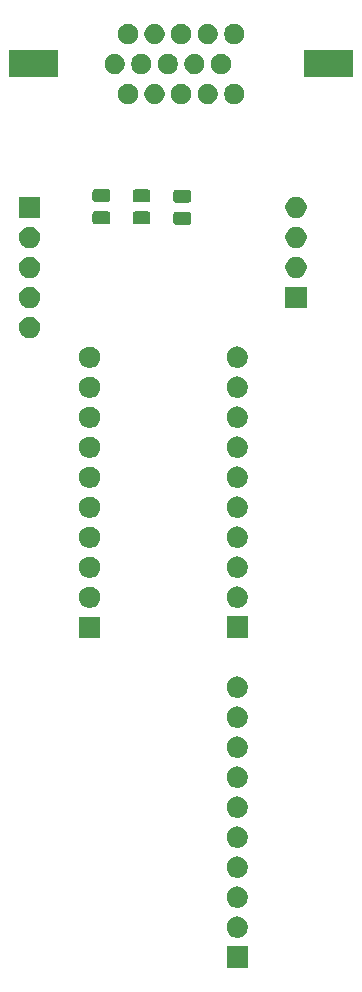
<source format=gbr>
G04 #@! TF.GenerationSoftware,KiCad,Pcbnew,5.1.5*
G04 #@! TF.CreationDate,2020-03-26T20:54:49-05:00*
G04 #@! TF.ProjectId,ADV7123,41445637-3132-4332-9e6b-696361645f70,rev?*
G04 #@! TF.SameCoordinates,Original*
G04 #@! TF.FileFunction,Soldermask,Bot*
G04 #@! TF.FilePolarity,Negative*
%FSLAX46Y46*%
G04 Gerber Fmt 4.6, Leading zero omitted, Abs format (unit mm)*
G04 Created by KiCad (PCBNEW 5.1.5) date 2020-03-26 20:54:49*
%MOMM*%
%LPD*%
G04 APERTURE LIST*
%ADD10C,0.100000*%
G04 APERTURE END LIST*
D10*
G36*
X149501000Y-127731000D02*
G01*
X147699000Y-127731000D01*
X147699000Y-125929000D01*
X149501000Y-125929000D01*
X149501000Y-127731000D01*
G37*
G36*
X148713512Y-123393927D02*
G01*
X148862812Y-123423624D01*
X149026784Y-123491544D01*
X149174354Y-123590147D01*
X149299853Y-123715646D01*
X149398456Y-123863216D01*
X149466376Y-124027188D01*
X149501000Y-124201259D01*
X149501000Y-124378741D01*
X149466376Y-124552812D01*
X149398456Y-124716784D01*
X149299853Y-124864354D01*
X149174354Y-124989853D01*
X149026784Y-125088456D01*
X148862812Y-125156376D01*
X148713512Y-125186073D01*
X148688742Y-125191000D01*
X148511258Y-125191000D01*
X148486488Y-125186073D01*
X148337188Y-125156376D01*
X148173216Y-125088456D01*
X148025646Y-124989853D01*
X147900147Y-124864354D01*
X147801544Y-124716784D01*
X147733624Y-124552812D01*
X147699000Y-124378741D01*
X147699000Y-124201259D01*
X147733624Y-124027188D01*
X147801544Y-123863216D01*
X147900147Y-123715646D01*
X148025646Y-123590147D01*
X148173216Y-123491544D01*
X148337188Y-123423624D01*
X148486488Y-123393927D01*
X148511258Y-123389000D01*
X148688742Y-123389000D01*
X148713512Y-123393927D01*
G37*
G36*
X148713512Y-120853927D02*
G01*
X148862812Y-120883624D01*
X149026784Y-120951544D01*
X149174354Y-121050147D01*
X149299853Y-121175646D01*
X149398456Y-121323216D01*
X149466376Y-121487188D01*
X149501000Y-121661259D01*
X149501000Y-121838741D01*
X149466376Y-122012812D01*
X149398456Y-122176784D01*
X149299853Y-122324354D01*
X149174354Y-122449853D01*
X149026784Y-122548456D01*
X148862812Y-122616376D01*
X148713512Y-122646073D01*
X148688742Y-122651000D01*
X148511258Y-122651000D01*
X148486488Y-122646073D01*
X148337188Y-122616376D01*
X148173216Y-122548456D01*
X148025646Y-122449853D01*
X147900147Y-122324354D01*
X147801544Y-122176784D01*
X147733624Y-122012812D01*
X147699000Y-121838741D01*
X147699000Y-121661259D01*
X147733624Y-121487188D01*
X147801544Y-121323216D01*
X147900147Y-121175646D01*
X148025646Y-121050147D01*
X148173216Y-120951544D01*
X148337188Y-120883624D01*
X148486488Y-120853927D01*
X148511258Y-120849000D01*
X148688742Y-120849000D01*
X148713512Y-120853927D01*
G37*
G36*
X148713512Y-118313927D02*
G01*
X148862812Y-118343624D01*
X149026784Y-118411544D01*
X149174354Y-118510147D01*
X149299853Y-118635646D01*
X149398456Y-118783216D01*
X149466376Y-118947188D01*
X149501000Y-119121259D01*
X149501000Y-119298741D01*
X149466376Y-119472812D01*
X149398456Y-119636784D01*
X149299853Y-119784354D01*
X149174354Y-119909853D01*
X149026784Y-120008456D01*
X148862812Y-120076376D01*
X148713512Y-120106073D01*
X148688742Y-120111000D01*
X148511258Y-120111000D01*
X148486488Y-120106073D01*
X148337188Y-120076376D01*
X148173216Y-120008456D01*
X148025646Y-119909853D01*
X147900147Y-119784354D01*
X147801544Y-119636784D01*
X147733624Y-119472812D01*
X147699000Y-119298741D01*
X147699000Y-119121259D01*
X147733624Y-118947188D01*
X147801544Y-118783216D01*
X147900147Y-118635646D01*
X148025646Y-118510147D01*
X148173216Y-118411544D01*
X148337188Y-118343624D01*
X148486488Y-118313927D01*
X148511258Y-118309000D01*
X148688742Y-118309000D01*
X148713512Y-118313927D01*
G37*
G36*
X148713512Y-115773927D02*
G01*
X148862812Y-115803624D01*
X149026784Y-115871544D01*
X149174354Y-115970147D01*
X149299853Y-116095646D01*
X149398456Y-116243216D01*
X149466376Y-116407188D01*
X149501000Y-116581259D01*
X149501000Y-116758741D01*
X149466376Y-116932812D01*
X149398456Y-117096784D01*
X149299853Y-117244354D01*
X149174354Y-117369853D01*
X149026784Y-117468456D01*
X148862812Y-117536376D01*
X148713512Y-117566073D01*
X148688742Y-117571000D01*
X148511258Y-117571000D01*
X148486488Y-117566073D01*
X148337188Y-117536376D01*
X148173216Y-117468456D01*
X148025646Y-117369853D01*
X147900147Y-117244354D01*
X147801544Y-117096784D01*
X147733624Y-116932812D01*
X147699000Y-116758741D01*
X147699000Y-116581259D01*
X147733624Y-116407188D01*
X147801544Y-116243216D01*
X147900147Y-116095646D01*
X148025646Y-115970147D01*
X148173216Y-115871544D01*
X148337188Y-115803624D01*
X148486488Y-115773927D01*
X148511258Y-115769000D01*
X148688742Y-115769000D01*
X148713512Y-115773927D01*
G37*
G36*
X148713512Y-113233927D02*
G01*
X148862812Y-113263624D01*
X149026784Y-113331544D01*
X149174354Y-113430147D01*
X149299853Y-113555646D01*
X149398456Y-113703216D01*
X149466376Y-113867188D01*
X149501000Y-114041259D01*
X149501000Y-114218741D01*
X149466376Y-114392812D01*
X149398456Y-114556784D01*
X149299853Y-114704354D01*
X149174354Y-114829853D01*
X149026784Y-114928456D01*
X148862812Y-114996376D01*
X148713512Y-115026073D01*
X148688742Y-115031000D01*
X148511258Y-115031000D01*
X148486488Y-115026073D01*
X148337188Y-114996376D01*
X148173216Y-114928456D01*
X148025646Y-114829853D01*
X147900147Y-114704354D01*
X147801544Y-114556784D01*
X147733624Y-114392812D01*
X147699000Y-114218741D01*
X147699000Y-114041259D01*
X147733624Y-113867188D01*
X147801544Y-113703216D01*
X147900147Y-113555646D01*
X148025646Y-113430147D01*
X148173216Y-113331544D01*
X148337188Y-113263624D01*
X148486488Y-113233927D01*
X148511258Y-113229000D01*
X148688742Y-113229000D01*
X148713512Y-113233927D01*
G37*
G36*
X148713512Y-110693927D02*
G01*
X148862812Y-110723624D01*
X149026784Y-110791544D01*
X149174354Y-110890147D01*
X149299853Y-111015646D01*
X149398456Y-111163216D01*
X149466376Y-111327188D01*
X149501000Y-111501259D01*
X149501000Y-111678741D01*
X149466376Y-111852812D01*
X149398456Y-112016784D01*
X149299853Y-112164354D01*
X149174354Y-112289853D01*
X149026784Y-112388456D01*
X148862812Y-112456376D01*
X148713512Y-112486073D01*
X148688742Y-112491000D01*
X148511258Y-112491000D01*
X148486488Y-112486073D01*
X148337188Y-112456376D01*
X148173216Y-112388456D01*
X148025646Y-112289853D01*
X147900147Y-112164354D01*
X147801544Y-112016784D01*
X147733624Y-111852812D01*
X147699000Y-111678741D01*
X147699000Y-111501259D01*
X147733624Y-111327188D01*
X147801544Y-111163216D01*
X147900147Y-111015646D01*
X148025646Y-110890147D01*
X148173216Y-110791544D01*
X148337188Y-110723624D01*
X148486488Y-110693927D01*
X148511258Y-110689000D01*
X148688742Y-110689000D01*
X148713512Y-110693927D01*
G37*
G36*
X148713512Y-108153927D02*
G01*
X148862812Y-108183624D01*
X149026784Y-108251544D01*
X149174354Y-108350147D01*
X149299853Y-108475646D01*
X149398456Y-108623216D01*
X149466376Y-108787188D01*
X149501000Y-108961259D01*
X149501000Y-109138741D01*
X149466376Y-109312812D01*
X149398456Y-109476784D01*
X149299853Y-109624354D01*
X149174354Y-109749853D01*
X149026784Y-109848456D01*
X148862812Y-109916376D01*
X148713512Y-109946073D01*
X148688742Y-109951000D01*
X148511258Y-109951000D01*
X148486488Y-109946073D01*
X148337188Y-109916376D01*
X148173216Y-109848456D01*
X148025646Y-109749853D01*
X147900147Y-109624354D01*
X147801544Y-109476784D01*
X147733624Y-109312812D01*
X147699000Y-109138741D01*
X147699000Y-108961259D01*
X147733624Y-108787188D01*
X147801544Y-108623216D01*
X147900147Y-108475646D01*
X148025646Y-108350147D01*
X148173216Y-108251544D01*
X148337188Y-108183624D01*
X148486488Y-108153927D01*
X148511258Y-108149000D01*
X148688742Y-108149000D01*
X148713512Y-108153927D01*
G37*
G36*
X148713512Y-105613927D02*
G01*
X148862812Y-105643624D01*
X149026784Y-105711544D01*
X149174354Y-105810147D01*
X149299853Y-105935646D01*
X149398456Y-106083216D01*
X149466376Y-106247188D01*
X149501000Y-106421259D01*
X149501000Y-106598741D01*
X149466376Y-106772812D01*
X149398456Y-106936784D01*
X149299853Y-107084354D01*
X149174354Y-107209853D01*
X149026784Y-107308456D01*
X148862812Y-107376376D01*
X148713512Y-107406073D01*
X148688742Y-107411000D01*
X148511258Y-107411000D01*
X148486488Y-107406073D01*
X148337188Y-107376376D01*
X148173216Y-107308456D01*
X148025646Y-107209853D01*
X147900147Y-107084354D01*
X147801544Y-106936784D01*
X147733624Y-106772812D01*
X147699000Y-106598741D01*
X147699000Y-106421259D01*
X147733624Y-106247188D01*
X147801544Y-106083216D01*
X147900147Y-105935646D01*
X148025646Y-105810147D01*
X148173216Y-105711544D01*
X148337188Y-105643624D01*
X148486488Y-105613927D01*
X148511258Y-105609000D01*
X148688742Y-105609000D01*
X148713512Y-105613927D01*
G37*
G36*
X148713512Y-103073927D02*
G01*
X148862812Y-103103624D01*
X149026784Y-103171544D01*
X149174354Y-103270147D01*
X149299853Y-103395646D01*
X149398456Y-103543216D01*
X149466376Y-103707188D01*
X149501000Y-103881259D01*
X149501000Y-104058741D01*
X149466376Y-104232812D01*
X149398456Y-104396784D01*
X149299853Y-104544354D01*
X149174354Y-104669853D01*
X149026784Y-104768456D01*
X148862812Y-104836376D01*
X148713512Y-104866073D01*
X148688742Y-104871000D01*
X148511258Y-104871000D01*
X148486488Y-104866073D01*
X148337188Y-104836376D01*
X148173216Y-104768456D01*
X148025646Y-104669853D01*
X147900147Y-104544354D01*
X147801544Y-104396784D01*
X147733624Y-104232812D01*
X147699000Y-104058741D01*
X147699000Y-103881259D01*
X147733624Y-103707188D01*
X147801544Y-103543216D01*
X147900147Y-103395646D01*
X148025646Y-103270147D01*
X148173216Y-103171544D01*
X148337188Y-103103624D01*
X148486488Y-103073927D01*
X148511258Y-103069000D01*
X148688742Y-103069000D01*
X148713512Y-103073927D01*
G37*
G36*
X137001000Y-99801000D02*
G01*
X135199000Y-99801000D01*
X135199000Y-97999000D01*
X137001000Y-97999000D01*
X137001000Y-99801000D01*
G37*
G36*
X149501000Y-99791000D02*
G01*
X147699000Y-99791000D01*
X147699000Y-97989000D01*
X149501000Y-97989000D01*
X149501000Y-99791000D01*
G37*
G36*
X136213512Y-95463927D02*
G01*
X136362812Y-95493624D01*
X136526784Y-95561544D01*
X136674354Y-95660147D01*
X136799853Y-95785646D01*
X136898456Y-95933216D01*
X136966376Y-96097188D01*
X137001000Y-96271259D01*
X137001000Y-96448741D01*
X136966376Y-96622812D01*
X136898456Y-96786784D01*
X136799853Y-96934354D01*
X136674354Y-97059853D01*
X136526784Y-97158456D01*
X136362812Y-97226376D01*
X136213512Y-97256073D01*
X136188742Y-97261000D01*
X136011258Y-97261000D01*
X135986488Y-97256073D01*
X135837188Y-97226376D01*
X135673216Y-97158456D01*
X135525646Y-97059853D01*
X135400147Y-96934354D01*
X135301544Y-96786784D01*
X135233624Y-96622812D01*
X135199000Y-96448741D01*
X135199000Y-96271259D01*
X135233624Y-96097188D01*
X135301544Y-95933216D01*
X135400147Y-95785646D01*
X135525646Y-95660147D01*
X135673216Y-95561544D01*
X135837188Y-95493624D01*
X135986488Y-95463927D01*
X136011258Y-95459000D01*
X136188742Y-95459000D01*
X136213512Y-95463927D01*
G37*
G36*
X148713512Y-95453927D02*
G01*
X148862812Y-95483624D01*
X149026784Y-95551544D01*
X149174354Y-95650147D01*
X149299853Y-95775646D01*
X149398456Y-95923216D01*
X149466376Y-96087188D01*
X149501000Y-96261259D01*
X149501000Y-96438741D01*
X149466376Y-96612812D01*
X149398456Y-96776784D01*
X149299853Y-96924354D01*
X149174354Y-97049853D01*
X149026784Y-97148456D01*
X148862812Y-97216376D01*
X148713512Y-97246073D01*
X148688742Y-97251000D01*
X148511258Y-97251000D01*
X148486488Y-97246073D01*
X148337188Y-97216376D01*
X148173216Y-97148456D01*
X148025646Y-97049853D01*
X147900147Y-96924354D01*
X147801544Y-96776784D01*
X147733624Y-96612812D01*
X147699000Y-96438741D01*
X147699000Y-96261259D01*
X147733624Y-96087188D01*
X147801544Y-95923216D01*
X147900147Y-95775646D01*
X148025646Y-95650147D01*
X148173216Y-95551544D01*
X148337188Y-95483624D01*
X148486488Y-95453927D01*
X148511258Y-95449000D01*
X148688742Y-95449000D01*
X148713512Y-95453927D01*
G37*
G36*
X136213512Y-92923927D02*
G01*
X136362812Y-92953624D01*
X136526784Y-93021544D01*
X136674354Y-93120147D01*
X136799853Y-93245646D01*
X136898456Y-93393216D01*
X136966376Y-93557188D01*
X137001000Y-93731259D01*
X137001000Y-93908741D01*
X136966376Y-94082812D01*
X136898456Y-94246784D01*
X136799853Y-94394354D01*
X136674354Y-94519853D01*
X136526784Y-94618456D01*
X136362812Y-94686376D01*
X136213512Y-94716073D01*
X136188742Y-94721000D01*
X136011258Y-94721000D01*
X135986488Y-94716073D01*
X135837188Y-94686376D01*
X135673216Y-94618456D01*
X135525646Y-94519853D01*
X135400147Y-94394354D01*
X135301544Y-94246784D01*
X135233624Y-94082812D01*
X135199000Y-93908741D01*
X135199000Y-93731259D01*
X135233624Y-93557188D01*
X135301544Y-93393216D01*
X135400147Y-93245646D01*
X135525646Y-93120147D01*
X135673216Y-93021544D01*
X135837188Y-92953624D01*
X135986488Y-92923927D01*
X136011258Y-92919000D01*
X136188742Y-92919000D01*
X136213512Y-92923927D01*
G37*
G36*
X148713512Y-92913927D02*
G01*
X148862812Y-92943624D01*
X149026784Y-93011544D01*
X149174354Y-93110147D01*
X149299853Y-93235646D01*
X149398456Y-93383216D01*
X149466376Y-93547188D01*
X149501000Y-93721259D01*
X149501000Y-93898741D01*
X149466376Y-94072812D01*
X149398456Y-94236784D01*
X149299853Y-94384354D01*
X149174354Y-94509853D01*
X149026784Y-94608456D01*
X148862812Y-94676376D01*
X148713512Y-94706073D01*
X148688742Y-94711000D01*
X148511258Y-94711000D01*
X148486488Y-94706073D01*
X148337188Y-94676376D01*
X148173216Y-94608456D01*
X148025646Y-94509853D01*
X147900147Y-94384354D01*
X147801544Y-94236784D01*
X147733624Y-94072812D01*
X147699000Y-93898741D01*
X147699000Y-93721259D01*
X147733624Y-93547188D01*
X147801544Y-93383216D01*
X147900147Y-93235646D01*
X148025646Y-93110147D01*
X148173216Y-93011544D01*
X148337188Y-92943624D01*
X148486488Y-92913927D01*
X148511258Y-92909000D01*
X148688742Y-92909000D01*
X148713512Y-92913927D01*
G37*
G36*
X136213512Y-90383927D02*
G01*
X136362812Y-90413624D01*
X136526784Y-90481544D01*
X136674354Y-90580147D01*
X136799853Y-90705646D01*
X136898456Y-90853216D01*
X136966376Y-91017188D01*
X137001000Y-91191259D01*
X137001000Y-91368741D01*
X136966376Y-91542812D01*
X136898456Y-91706784D01*
X136799853Y-91854354D01*
X136674354Y-91979853D01*
X136526784Y-92078456D01*
X136362812Y-92146376D01*
X136213512Y-92176073D01*
X136188742Y-92181000D01*
X136011258Y-92181000D01*
X135986488Y-92176073D01*
X135837188Y-92146376D01*
X135673216Y-92078456D01*
X135525646Y-91979853D01*
X135400147Y-91854354D01*
X135301544Y-91706784D01*
X135233624Y-91542812D01*
X135199000Y-91368741D01*
X135199000Y-91191259D01*
X135233624Y-91017188D01*
X135301544Y-90853216D01*
X135400147Y-90705646D01*
X135525646Y-90580147D01*
X135673216Y-90481544D01*
X135837188Y-90413624D01*
X135986488Y-90383927D01*
X136011258Y-90379000D01*
X136188742Y-90379000D01*
X136213512Y-90383927D01*
G37*
G36*
X148713512Y-90373927D02*
G01*
X148862812Y-90403624D01*
X149026784Y-90471544D01*
X149174354Y-90570147D01*
X149299853Y-90695646D01*
X149398456Y-90843216D01*
X149466376Y-91007188D01*
X149501000Y-91181259D01*
X149501000Y-91358741D01*
X149466376Y-91532812D01*
X149398456Y-91696784D01*
X149299853Y-91844354D01*
X149174354Y-91969853D01*
X149026784Y-92068456D01*
X148862812Y-92136376D01*
X148713512Y-92166073D01*
X148688742Y-92171000D01*
X148511258Y-92171000D01*
X148486488Y-92166073D01*
X148337188Y-92136376D01*
X148173216Y-92068456D01*
X148025646Y-91969853D01*
X147900147Y-91844354D01*
X147801544Y-91696784D01*
X147733624Y-91532812D01*
X147699000Y-91358741D01*
X147699000Y-91181259D01*
X147733624Y-91007188D01*
X147801544Y-90843216D01*
X147900147Y-90695646D01*
X148025646Y-90570147D01*
X148173216Y-90471544D01*
X148337188Y-90403624D01*
X148486488Y-90373927D01*
X148511258Y-90369000D01*
X148688742Y-90369000D01*
X148713512Y-90373927D01*
G37*
G36*
X136213512Y-87843927D02*
G01*
X136362812Y-87873624D01*
X136526784Y-87941544D01*
X136674354Y-88040147D01*
X136799853Y-88165646D01*
X136898456Y-88313216D01*
X136966376Y-88477188D01*
X137001000Y-88651259D01*
X137001000Y-88828741D01*
X136966376Y-89002812D01*
X136898456Y-89166784D01*
X136799853Y-89314354D01*
X136674354Y-89439853D01*
X136526784Y-89538456D01*
X136362812Y-89606376D01*
X136213512Y-89636073D01*
X136188742Y-89641000D01*
X136011258Y-89641000D01*
X135986488Y-89636073D01*
X135837188Y-89606376D01*
X135673216Y-89538456D01*
X135525646Y-89439853D01*
X135400147Y-89314354D01*
X135301544Y-89166784D01*
X135233624Y-89002812D01*
X135199000Y-88828741D01*
X135199000Y-88651259D01*
X135233624Y-88477188D01*
X135301544Y-88313216D01*
X135400147Y-88165646D01*
X135525646Y-88040147D01*
X135673216Y-87941544D01*
X135837188Y-87873624D01*
X135986488Y-87843927D01*
X136011258Y-87839000D01*
X136188742Y-87839000D01*
X136213512Y-87843927D01*
G37*
G36*
X148713512Y-87833927D02*
G01*
X148862812Y-87863624D01*
X149026784Y-87931544D01*
X149174354Y-88030147D01*
X149299853Y-88155646D01*
X149398456Y-88303216D01*
X149466376Y-88467188D01*
X149501000Y-88641259D01*
X149501000Y-88818741D01*
X149466376Y-88992812D01*
X149398456Y-89156784D01*
X149299853Y-89304354D01*
X149174354Y-89429853D01*
X149026784Y-89528456D01*
X148862812Y-89596376D01*
X148713512Y-89626073D01*
X148688742Y-89631000D01*
X148511258Y-89631000D01*
X148486488Y-89626073D01*
X148337188Y-89596376D01*
X148173216Y-89528456D01*
X148025646Y-89429853D01*
X147900147Y-89304354D01*
X147801544Y-89156784D01*
X147733624Y-88992812D01*
X147699000Y-88818741D01*
X147699000Y-88641259D01*
X147733624Y-88467188D01*
X147801544Y-88303216D01*
X147900147Y-88155646D01*
X148025646Y-88030147D01*
X148173216Y-87931544D01*
X148337188Y-87863624D01*
X148486488Y-87833927D01*
X148511258Y-87829000D01*
X148688742Y-87829000D01*
X148713512Y-87833927D01*
G37*
G36*
X136213512Y-85303927D02*
G01*
X136362812Y-85333624D01*
X136526784Y-85401544D01*
X136674354Y-85500147D01*
X136799853Y-85625646D01*
X136898456Y-85773216D01*
X136966376Y-85937188D01*
X137001000Y-86111259D01*
X137001000Y-86288741D01*
X136966376Y-86462812D01*
X136898456Y-86626784D01*
X136799853Y-86774354D01*
X136674354Y-86899853D01*
X136526784Y-86998456D01*
X136362812Y-87066376D01*
X136213512Y-87096073D01*
X136188742Y-87101000D01*
X136011258Y-87101000D01*
X135986488Y-87096073D01*
X135837188Y-87066376D01*
X135673216Y-86998456D01*
X135525646Y-86899853D01*
X135400147Y-86774354D01*
X135301544Y-86626784D01*
X135233624Y-86462812D01*
X135199000Y-86288741D01*
X135199000Y-86111259D01*
X135233624Y-85937188D01*
X135301544Y-85773216D01*
X135400147Y-85625646D01*
X135525646Y-85500147D01*
X135673216Y-85401544D01*
X135837188Y-85333624D01*
X135986488Y-85303927D01*
X136011258Y-85299000D01*
X136188742Y-85299000D01*
X136213512Y-85303927D01*
G37*
G36*
X148713512Y-85293927D02*
G01*
X148862812Y-85323624D01*
X149026784Y-85391544D01*
X149174354Y-85490147D01*
X149299853Y-85615646D01*
X149398456Y-85763216D01*
X149466376Y-85927188D01*
X149501000Y-86101259D01*
X149501000Y-86278741D01*
X149466376Y-86452812D01*
X149398456Y-86616784D01*
X149299853Y-86764354D01*
X149174354Y-86889853D01*
X149026784Y-86988456D01*
X148862812Y-87056376D01*
X148713512Y-87086073D01*
X148688742Y-87091000D01*
X148511258Y-87091000D01*
X148486488Y-87086073D01*
X148337188Y-87056376D01*
X148173216Y-86988456D01*
X148025646Y-86889853D01*
X147900147Y-86764354D01*
X147801544Y-86616784D01*
X147733624Y-86452812D01*
X147699000Y-86278741D01*
X147699000Y-86101259D01*
X147733624Y-85927188D01*
X147801544Y-85763216D01*
X147900147Y-85615646D01*
X148025646Y-85490147D01*
X148173216Y-85391544D01*
X148337188Y-85323624D01*
X148486488Y-85293927D01*
X148511258Y-85289000D01*
X148688742Y-85289000D01*
X148713512Y-85293927D01*
G37*
G36*
X136213512Y-82763927D02*
G01*
X136362812Y-82793624D01*
X136526784Y-82861544D01*
X136674354Y-82960147D01*
X136799853Y-83085646D01*
X136898456Y-83233216D01*
X136966376Y-83397188D01*
X137001000Y-83571259D01*
X137001000Y-83748741D01*
X136966376Y-83922812D01*
X136898456Y-84086784D01*
X136799853Y-84234354D01*
X136674354Y-84359853D01*
X136526784Y-84458456D01*
X136362812Y-84526376D01*
X136213512Y-84556073D01*
X136188742Y-84561000D01*
X136011258Y-84561000D01*
X135986488Y-84556073D01*
X135837188Y-84526376D01*
X135673216Y-84458456D01*
X135525646Y-84359853D01*
X135400147Y-84234354D01*
X135301544Y-84086784D01*
X135233624Y-83922812D01*
X135199000Y-83748741D01*
X135199000Y-83571259D01*
X135233624Y-83397188D01*
X135301544Y-83233216D01*
X135400147Y-83085646D01*
X135525646Y-82960147D01*
X135673216Y-82861544D01*
X135837188Y-82793624D01*
X135986488Y-82763927D01*
X136011258Y-82759000D01*
X136188742Y-82759000D01*
X136213512Y-82763927D01*
G37*
G36*
X148713512Y-82753927D02*
G01*
X148862812Y-82783624D01*
X149026784Y-82851544D01*
X149174354Y-82950147D01*
X149299853Y-83075646D01*
X149398456Y-83223216D01*
X149466376Y-83387188D01*
X149501000Y-83561259D01*
X149501000Y-83738741D01*
X149466376Y-83912812D01*
X149398456Y-84076784D01*
X149299853Y-84224354D01*
X149174354Y-84349853D01*
X149026784Y-84448456D01*
X148862812Y-84516376D01*
X148713512Y-84546073D01*
X148688742Y-84551000D01*
X148511258Y-84551000D01*
X148486488Y-84546073D01*
X148337188Y-84516376D01*
X148173216Y-84448456D01*
X148025646Y-84349853D01*
X147900147Y-84224354D01*
X147801544Y-84076784D01*
X147733624Y-83912812D01*
X147699000Y-83738741D01*
X147699000Y-83561259D01*
X147733624Y-83387188D01*
X147801544Y-83223216D01*
X147900147Y-83075646D01*
X148025646Y-82950147D01*
X148173216Y-82851544D01*
X148337188Y-82783624D01*
X148486488Y-82753927D01*
X148511258Y-82749000D01*
X148688742Y-82749000D01*
X148713512Y-82753927D01*
G37*
G36*
X136213512Y-80223927D02*
G01*
X136362812Y-80253624D01*
X136526784Y-80321544D01*
X136674354Y-80420147D01*
X136799853Y-80545646D01*
X136898456Y-80693216D01*
X136966376Y-80857188D01*
X137001000Y-81031259D01*
X137001000Y-81208741D01*
X136966376Y-81382812D01*
X136898456Y-81546784D01*
X136799853Y-81694354D01*
X136674354Y-81819853D01*
X136526784Y-81918456D01*
X136362812Y-81986376D01*
X136213512Y-82016073D01*
X136188742Y-82021000D01*
X136011258Y-82021000D01*
X135986488Y-82016073D01*
X135837188Y-81986376D01*
X135673216Y-81918456D01*
X135525646Y-81819853D01*
X135400147Y-81694354D01*
X135301544Y-81546784D01*
X135233624Y-81382812D01*
X135199000Y-81208741D01*
X135199000Y-81031259D01*
X135233624Y-80857188D01*
X135301544Y-80693216D01*
X135400147Y-80545646D01*
X135525646Y-80420147D01*
X135673216Y-80321544D01*
X135837188Y-80253624D01*
X135986488Y-80223927D01*
X136011258Y-80219000D01*
X136188742Y-80219000D01*
X136213512Y-80223927D01*
G37*
G36*
X148713512Y-80213927D02*
G01*
X148862812Y-80243624D01*
X149026784Y-80311544D01*
X149174354Y-80410147D01*
X149299853Y-80535646D01*
X149398456Y-80683216D01*
X149466376Y-80847188D01*
X149501000Y-81021259D01*
X149501000Y-81198741D01*
X149466376Y-81372812D01*
X149398456Y-81536784D01*
X149299853Y-81684354D01*
X149174354Y-81809853D01*
X149026784Y-81908456D01*
X148862812Y-81976376D01*
X148713512Y-82006073D01*
X148688742Y-82011000D01*
X148511258Y-82011000D01*
X148486488Y-82006073D01*
X148337188Y-81976376D01*
X148173216Y-81908456D01*
X148025646Y-81809853D01*
X147900147Y-81684354D01*
X147801544Y-81536784D01*
X147733624Y-81372812D01*
X147699000Y-81198741D01*
X147699000Y-81021259D01*
X147733624Y-80847188D01*
X147801544Y-80683216D01*
X147900147Y-80535646D01*
X148025646Y-80410147D01*
X148173216Y-80311544D01*
X148337188Y-80243624D01*
X148486488Y-80213927D01*
X148511258Y-80209000D01*
X148688742Y-80209000D01*
X148713512Y-80213927D01*
G37*
G36*
X136213512Y-77683927D02*
G01*
X136362812Y-77713624D01*
X136526784Y-77781544D01*
X136674354Y-77880147D01*
X136799853Y-78005646D01*
X136898456Y-78153216D01*
X136966376Y-78317188D01*
X137001000Y-78491259D01*
X137001000Y-78668741D01*
X136966376Y-78842812D01*
X136898456Y-79006784D01*
X136799853Y-79154354D01*
X136674354Y-79279853D01*
X136526784Y-79378456D01*
X136362812Y-79446376D01*
X136213512Y-79476073D01*
X136188742Y-79481000D01*
X136011258Y-79481000D01*
X135986488Y-79476073D01*
X135837188Y-79446376D01*
X135673216Y-79378456D01*
X135525646Y-79279853D01*
X135400147Y-79154354D01*
X135301544Y-79006784D01*
X135233624Y-78842812D01*
X135199000Y-78668741D01*
X135199000Y-78491259D01*
X135233624Y-78317188D01*
X135301544Y-78153216D01*
X135400147Y-78005646D01*
X135525646Y-77880147D01*
X135673216Y-77781544D01*
X135837188Y-77713624D01*
X135986488Y-77683927D01*
X136011258Y-77679000D01*
X136188742Y-77679000D01*
X136213512Y-77683927D01*
G37*
G36*
X148713512Y-77673927D02*
G01*
X148862812Y-77703624D01*
X149026784Y-77771544D01*
X149174354Y-77870147D01*
X149299853Y-77995646D01*
X149398456Y-78143216D01*
X149466376Y-78307188D01*
X149501000Y-78481259D01*
X149501000Y-78658741D01*
X149466376Y-78832812D01*
X149398456Y-78996784D01*
X149299853Y-79144354D01*
X149174354Y-79269853D01*
X149026784Y-79368456D01*
X148862812Y-79436376D01*
X148713512Y-79466073D01*
X148688742Y-79471000D01*
X148511258Y-79471000D01*
X148486488Y-79466073D01*
X148337188Y-79436376D01*
X148173216Y-79368456D01*
X148025646Y-79269853D01*
X147900147Y-79144354D01*
X147801544Y-78996784D01*
X147733624Y-78832812D01*
X147699000Y-78658741D01*
X147699000Y-78481259D01*
X147733624Y-78307188D01*
X147801544Y-78143216D01*
X147900147Y-77995646D01*
X148025646Y-77870147D01*
X148173216Y-77771544D01*
X148337188Y-77703624D01*
X148486488Y-77673927D01*
X148511258Y-77669000D01*
X148688742Y-77669000D01*
X148713512Y-77673927D01*
G37*
G36*
X136213512Y-75143927D02*
G01*
X136362812Y-75173624D01*
X136526784Y-75241544D01*
X136674354Y-75340147D01*
X136799853Y-75465646D01*
X136898456Y-75613216D01*
X136966376Y-75777188D01*
X137001000Y-75951259D01*
X137001000Y-76128741D01*
X136966376Y-76302812D01*
X136898456Y-76466784D01*
X136799853Y-76614354D01*
X136674354Y-76739853D01*
X136526784Y-76838456D01*
X136362812Y-76906376D01*
X136213512Y-76936073D01*
X136188742Y-76941000D01*
X136011258Y-76941000D01*
X135986488Y-76936073D01*
X135837188Y-76906376D01*
X135673216Y-76838456D01*
X135525646Y-76739853D01*
X135400147Y-76614354D01*
X135301544Y-76466784D01*
X135233624Y-76302812D01*
X135199000Y-76128741D01*
X135199000Y-75951259D01*
X135233624Y-75777188D01*
X135301544Y-75613216D01*
X135400147Y-75465646D01*
X135525646Y-75340147D01*
X135673216Y-75241544D01*
X135837188Y-75173624D01*
X135986488Y-75143927D01*
X136011258Y-75139000D01*
X136188742Y-75139000D01*
X136213512Y-75143927D01*
G37*
G36*
X148713512Y-75133927D02*
G01*
X148862812Y-75163624D01*
X149026784Y-75231544D01*
X149174354Y-75330147D01*
X149299853Y-75455646D01*
X149398456Y-75603216D01*
X149466376Y-75767188D01*
X149501000Y-75941259D01*
X149501000Y-76118741D01*
X149466376Y-76292812D01*
X149398456Y-76456784D01*
X149299853Y-76604354D01*
X149174354Y-76729853D01*
X149026784Y-76828456D01*
X148862812Y-76896376D01*
X148713512Y-76926073D01*
X148688742Y-76931000D01*
X148511258Y-76931000D01*
X148486488Y-76926073D01*
X148337188Y-76896376D01*
X148173216Y-76828456D01*
X148025646Y-76729853D01*
X147900147Y-76604354D01*
X147801544Y-76456784D01*
X147733624Y-76292812D01*
X147699000Y-76118741D01*
X147699000Y-75941259D01*
X147733624Y-75767188D01*
X147801544Y-75603216D01*
X147900147Y-75455646D01*
X148025646Y-75330147D01*
X148173216Y-75231544D01*
X148337188Y-75163624D01*
X148486488Y-75133927D01*
X148511258Y-75129000D01*
X148688742Y-75129000D01*
X148713512Y-75133927D01*
G37*
G36*
X131133512Y-72613927D02*
G01*
X131282812Y-72643624D01*
X131446784Y-72711544D01*
X131594354Y-72810147D01*
X131719853Y-72935646D01*
X131818456Y-73083216D01*
X131886376Y-73247188D01*
X131921000Y-73421259D01*
X131921000Y-73598741D01*
X131886376Y-73772812D01*
X131818456Y-73936784D01*
X131719853Y-74084354D01*
X131594354Y-74209853D01*
X131446784Y-74308456D01*
X131282812Y-74376376D01*
X131133512Y-74406073D01*
X131108742Y-74411000D01*
X130931258Y-74411000D01*
X130906488Y-74406073D01*
X130757188Y-74376376D01*
X130593216Y-74308456D01*
X130445646Y-74209853D01*
X130320147Y-74084354D01*
X130221544Y-73936784D01*
X130153624Y-73772812D01*
X130119000Y-73598741D01*
X130119000Y-73421259D01*
X130153624Y-73247188D01*
X130221544Y-73083216D01*
X130320147Y-72935646D01*
X130445646Y-72810147D01*
X130593216Y-72711544D01*
X130757188Y-72643624D01*
X130906488Y-72613927D01*
X130931258Y-72609000D01*
X131108742Y-72609000D01*
X131133512Y-72613927D01*
G37*
G36*
X154486000Y-71871000D02*
G01*
X152684000Y-71871000D01*
X152684000Y-70069000D01*
X154486000Y-70069000D01*
X154486000Y-71871000D01*
G37*
G36*
X131133512Y-70073927D02*
G01*
X131282812Y-70103624D01*
X131446784Y-70171544D01*
X131594354Y-70270147D01*
X131719853Y-70395646D01*
X131818456Y-70543216D01*
X131886376Y-70707188D01*
X131921000Y-70881259D01*
X131921000Y-71058741D01*
X131886376Y-71232812D01*
X131818456Y-71396784D01*
X131719853Y-71544354D01*
X131594354Y-71669853D01*
X131446784Y-71768456D01*
X131282812Y-71836376D01*
X131133512Y-71866073D01*
X131108742Y-71871000D01*
X130931258Y-71871000D01*
X130906488Y-71866073D01*
X130757188Y-71836376D01*
X130593216Y-71768456D01*
X130445646Y-71669853D01*
X130320147Y-71544354D01*
X130221544Y-71396784D01*
X130153624Y-71232812D01*
X130119000Y-71058741D01*
X130119000Y-70881259D01*
X130153624Y-70707188D01*
X130221544Y-70543216D01*
X130320147Y-70395646D01*
X130445646Y-70270147D01*
X130593216Y-70171544D01*
X130757188Y-70103624D01*
X130906488Y-70073927D01*
X130931258Y-70069000D01*
X131108742Y-70069000D01*
X131133512Y-70073927D01*
G37*
G36*
X153698512Y-67533927D02*
G01*
X153847812Y-67563624D01*
X154011784Y-67631544D01*
X154159354Y-67730147D01*
X154284853Y-67855646D01*
X154383456Y-68003216D01*
X154451376Y-68167188D01*
X154486000Y-68341259D01*
X154486000Y-68518741D01*
X154451376Y-68692812D01*
X154383456Y-68856784D01*
X154284853Y-69004354D01*
X154159354Y-69129853D01*
X154011784Y-69228456D01*
X153847812Y-69296376D01*
X153698512Y-69326073D01*
X153673742Y-69331000D01*
X153496258Y-69331000D01*
X153471488Y-69326073D01*
X153322188Y-69296376D01*
X153158216Y-69228456D01*
X153010646Y-69129853D01*
X152885147Y-69004354D01*
X152786544Y-68856784D01*
X152718624Y-68692812D01*
X152684000Y-68518741D01*
X152684000Y-68341259D01*
X152718624Y-68167188D01*
X152786544Y-68003216D01*
X152885147Y-67855646D01*
X153010646Y-67730147D01*
X153158216Y-67631544D01*
X153322188Y-67563624D01*
X153471488Y-67533927D01*
X153496258Y-67529000D01*
X153673742Y-67529000D01*
X153698512Y-67533927D01*
G37*
G36*
X131133512Y-67533927D02*
G01*
X131282812Y-67563624D01*
X131446784Y-67631544D01*
X131594354Y-67730147D01*
X131719853Y-67855646D01*
X131818456Y-68003216D01*
X131886376Y-68167188D01*
X131921000Y-68341259D01*
X131921000Y-68518741D01*
X131886376Y-68692812D01*
X131818456Y-68856784D01*
X131719853Y-69004354D01*
X131594354Y-69129853D01*
X131446784Y-69228456D01*
X131282812Y-69296376D01*
X131133512Y-69326073D01*
X131108742Y-69331000D01*
X130931258Y-69331000D01*
X130906488Y-69326073D01*
X130757188Y-69296376D01*
X130593216Y-69228456D01*
X130445646Y-69129853D01*
X130320147Y-69004354D01*
X130221544Y-68856784D01*
X130153624Y-68692812D01*
X130119000Y-68518741D01*
X130119000Y-68341259D01*
X130153624Y-68167188D01*
X130221544Y-68003216D01*
X130320147Y-67855646D01*
X130445646Y-67730147D01*
X130593216Y-67631544D01*
X130757188Y-67563624D01*
X130906488Y-67533927D01*
X130931258Y-67529000D01*
X131108742Y-67529000D01*
X131133512Y-67533927D01*
G37*
G36*
X153698512Y-64993927D02*
G01*
X153847812Y-65023624D01*
X154011784Y-65091544D01*
X154159354Y-65190147D01*
X154284853Y-65315646D01*
X154383456Y-65463216D01*
X154451376Y-65627188D01*
X154486000Y-65801259D01*
X154486000Y-65978741D01*
X154451376Y-66152812D01*
X154383456Y-66316784D01*
X154284853Y-66464354D01*
X154159354Y-66589853D01*
X154011784Y-66688456D01*
X153847812Y-66756376D01*
X153698512Y-66786073D01*
X153673742Y-66791000D01*
X153496258Y-66791000D01*
X153471488Y-66786073D01*
X153322188Y-66756376D01*
X153158216Y-66688456D01*
X153010646Y-66589853D01*
X152885147Y-66464354D01*
X152786544Y-66316784D01*
X152718624Y-66152812D01*
X152684000Y-65978741D01*
X152684000Y-65801259D01*
X152718624Y-65627188D01*
X152786544Y-65463216D01*
X152885147Y-65315646D01*
X153010646Y-65190147D01*
X153158216Y-65091544D01*
X153322188Y-65023624D01*
X153471488Y-64993927D01*
X153496258Y-64989000D01*
X153673742Y-64989000D01*
X153698512Y-64993927D01*
G37*
G36*
X131133512Y-64993927D02*
G01*
X131282812Y-65023624D01*
X131446784Y-65091544D01*
X131594354Y-65190147D01*
X131719853Y-65315646D01*
X131818456Y-65463216D01*
X131886376Y-65627188D01*
X131921000Y-65801259D01*
X131921000Y-65978741D01*
X131886376Y-66152812D01*
X131818456Y-66316784D01*
X131719853Y-66464354D01*
X131594354Y-66589853D01*
X131446784Y-66688456D01*
X131282812Y-66756376D01*
X131133512Y-66786073D01*
X131108742Y-66791000D01*
X130931258Y-66791000D01*
X130906488Y-66786073D01*
X130757188Y-66756376D01*
X130593216Y-66688456D01*
X130445646Y-66589853D01*
X130320147Y-66464354D01*
X130221544Y-66316784D01*
X130153624Y-66152812D01*
X130119000Y-65978741D01*
X130119000Y-65801259D01*
X130153624Y-65627188D01*
X130221544Y-65463216D01*
X130320147Y-65315646D01*
X130445646Y-65190147D01*
X130593216Y-65091544D01*
X130757188Y-65023624D01*
X130906488Y-64993927D01*
X130931258Y-64989000D01*
X131108742Y-64989000D01*
X131133512Y-64993927D01*
G37*
G36*
X144534468Y-63741065D02*
G01*
X144573138Y-63752796D01*
X144608777Y-63771846D01*
X144640017Y-63797483D01*
X144665654Y-63828723D01*
X144684704Y-63864362D01*
X144696435Y-63903032D01*
X144701000Y-63949388D01*
X144701000Y-64600612D01*
X144696435Y-64646968D01*
X144684704Y-64685638D01*
X144665654Y-64721277D01*
X144640017Y-64752517D01*
X144608777Y-64778154D01*
X144573138Y-64797204D01*
X144534468Y-64808935D01*
X144488112Y-64813500D01*
X143411888Y-64813500D01*
X143365532Y-64808935D01*
X143326862Y-64797204D01*
X143291223Y-64778154D01*
X143259983Y-64752517D01*
X143234346Y-64721277D01*
X143215296Y-64685638D01*
X143203565Y-64646968D01*
X143199000Y-64600612D01*
X143199000Y-63949388D01*
X143203565Y-63903032D01*
X143215296Y-63864362D01*
X143234346Y-63828723D01*
X143259983Y-63797483D01*
X143291223Y-63771846D01*
X143326862Y-63752796D01*
X143365532Y-63741065D01*
X143411888Y-63736500D01*
X144488112Y-63736500D01*
X144534468Y-63741065D01*
G37*
G36*
X141084468Y-63703565D02*
G01*
X141123138Y-63715296D01*
X141158777Y-63734346D01*
X141190017Y-63759983D01*
X141215654Y-63791223D01*
X141234704Y-63826862D01*
X141246435Y-63865532D01*
X141251000Y-63911888D01*
X141251000Y-64563112D01*
X141246435Y-64609468D01*
X141234704Y-64648138D01*
X141215654Y-64683777D01*
X141190017Y-64715017D01*
X141158777Y-64740654D01*
X141123138Y-64759704D01*
X141084468Y-64771435D01*
X141038112Y-64776000D01*
X139961888Y-64776000D01*
X139915532Y-64771435D01*
X139876862Y-64759704D01*
X139841223Y-64740654D01*
X139809983Y-64715017D01*
X139784346Y-64683777D01*
X139765296Y-64648138D01*
X139753565Y-64609468D01*
X139749000Y-64563112D01*
X139749000Y-63911888D01*
X139753565Y-63865532D01*
X139765296Y-63826862D01*
X139784346Y-63791223D01*
X139809983Y-63759983D01*
X139841223Y-63734346D01*
X139876862Y-63715296D01*
X139915532Y-63703565D01*
X139961888Y-63699000D01*
X141038112Y-63699000D01*
X141084468Y-63703565D01*
G37*
G36*
X137684468Y-63691065D02*
G01*
X137723138Y-63702796D01*
X137758777Y-63721846D01*
X137790017Y-63747483D01*
X137815654Y-63778723D01*
X137834704Y-63814362D01*
X137846435Y-63853032D01*
X137851000Y-63899388D01*
X137851000Y-64550612D01*
X137846435Y-64596968D01*
X137834704Y-64635638D01*
X137815654Y-64671277D01*
X137790017Y-64702517D01*
X137758777Y-64728154D01*
X137723138Y-64747204D01*
X137684468Y-64758935D01*
X137638112Y-64763500D01*
X136561888Y-64763500D01*
X136515532Y-64758935D01*
X136476862Y-64747204D01*
X136441223Y-64728154D01*
X136409983Y-64702517D01*
X136384346Y-64671277D01*
X136365296Y-64635638D01*
X136353565Y-64596968D01*
X136349000Y-64550612D01*
X136349000Y-63899388D01*
X136353565Y-63853032D01*
X136365296Y-63814362D01*
X136384346Y-63778723D01*
X136409983Y-63747483D01*
X136441223Y-63721846D01*
X136476862Y-63702796D01*
X136515532Y-63691065D01*
X136561888Y-63686500D01*
X137638112Y-63686500D01*
X137684468Y-63691065D01*
G37*
G36*
X131921000Y-64251000D02*
G01*
X130119000Y-64251000D01*
X130119000Y-62449000D01*
X131921000Y-62449000D01*
X131921000Y-64251000D01*
G37*
G36*
X153698512Y-62453927D02*
G01*
X153847812Y-62483624D01*
X154011784Y-62551544D01*
X154159354Y-62650147D01*
X154284853Y-62775646D01*
X154383456Y-62923216D01*
X154451376Y-63087188D01*
X154486000Y-63261259D01*
X154486000Y-63438741D01*
X154451376Y-63612812D01*
X154383456Y-63776784D01*
X154284853Y-63924354D01*
X154159354Y-64049853D01*
X154011784Y-64148456D01*
X153847812Y-64216376D01*
X153698512Y-64246073D01*
X153673742Y-64251000D01*
X153496258Y-64251000D01*
X153471488Y-64246073D01*
X153322188Y-64216376D01*
X153158216Y-64148456D01*
X153010646Y-64049853D01*
X152885147Y-63924354D01*
X152786544Y-63776784D01*
X152718624Y-63612812D01*
X152684000Y-63438741D01*
X152684000Y-63261259D01*
X152718624Y-63087188D01*
X152786544Y-62923216D01*
X152885147Y-62775646D01*
X153010646Y-62650147D01*
X153158216Y-62551544D01*
X153322188Y-62483624D01*
X153471488Y-62453927D01*
X153496258Y-62449000D01*
X153673742Y-62449000D01*
X153698512Y-62453927D01*
G37*
G36*
X144534468Y-61866065D02*
G01*
X144573138Y-61877796D01*
X144608777Y-61896846D01*
X144640017Y-61922483D01*
X144665654Y-61953723D01*
X144684704Y-61989362D01*
X144696435Y-62028032D01*
X144701000Y-62074388D01*
X144701000Y-62725612D01*
X144696435Y-62771968D01*
X144684704Y-62810638D01*
X144665654Y-62846277D01*
X144640017Y-62877517D01*
X144608777Y-62903154D01*
X144573138Y-62922204D01*
X144534468Y-62933935D01*
X144488112Y-62938500D01*
X143411888Y-62938500D01*
X143365532Y-62933935D01*
X143326862Y-62922204D01*
X143291223Y-62903154D01*
X143259983Y-62877517D01*
X143234346Y-62846277D01*
X143215296Y-62810638D01*
X143203565Y-62771968D01*
X143199000Y-62725612D01*
X143199000Y-62074388D01*
X143203565Y-62028032D01*
X143215296Y-61989362D01*
X143234346Y-61953723D01*
X143259983Y-61922483D01*
X143291223Y-61896846D01*
X143326862Y-61877796D01*
X143365532Y-61866065D01*
X143411888Y-61861500D01*
X144488112Y-61861500D01*
X144534468Y-61866065D01*
G37*
G36*
X141084468Y-61828565D02*
G01*
X141123138Y-61840296D01*
X141158777Y-61859346D01*
X141190017Y-61884983D01*
X141215654Y-61916223D01*
X141234704Y-61951862D01*
X141246435Y-61990532D01*
X141251000Y-62036888D01*
X141251000Y-62688112D01*
X141246435Y-62734468D01*
X141234704Y-62773138D01*
X141215654Y-62808777D01*
X141190017Y-62840017D01*
X141158777Y-62865654D01*
X141123138Y-62884704D01*
X141084468Y-62896435D01*
X141038112Y-62901000D01*
X139961888Y-62901000D01*
X139915532Y-62896435D01*
X139876862Y-62884704D01*
X139841223Y-62865654D01*
X139809983Y-62840017D01*
X139784346Y-62808777D01*
X139765296Y-62773138D01*
X139753565Y-62734468D01*
X139749000Y-62688112D01*
X139749000Y-62036888D01*
X139753565Y-61990532D01*
X139765296Y-61951862D01*
X139784346Y-61916223D01*
X139809983Y-61884983D01*
X139841223Y-61859346D01*
X139876862Y-61840296D01*
X139915532Y-61828565D01*
X139961888Y-61824000D01*
X141038112Y-61824000D01*
X141084468Y-61828565D01*
G37*
G36*
X137684468Y-61816065D02*
G01*
X137723138Y-61827796D01*
X137758777Y-61846846D01*
X137790017Y-61872483D01*
X137815654Y-61903723D01*
X137834704Y-61939362D01*
X137846435Y-61978032D01*
X137851000Y-62024388D01*
X137851000Y-62675612D01*
X137846435Y-62721968D01*
X137834704Y-62760638D01*
X137815654Y-62796277D01*
X137790017Y-62827517D01*
X137758777Y-62853154D01*
X137723138Y-62872204D01*
X137684468Y-62883935D01*
X137638112Y-62888500D01*
X136561888Y-62888500D01*
X136515532Y-62883935D01*
X136476862Y-62872204D01*
X136441223Y-62853154D01*
X136409983Y-62827517D01*
X136384346Y-62796277D01*
X136365296Y-62760638D01*
X136353565Y-62721968D01*
X136349000Y-62675612D01*
X136349000Y-62024388D01*
X136353565Y-61978032D01*
X136365296Y-61939362D01*
X136384346Y-61903723D01*
X136409983Y-61872483D01*
X136441223Y-61846846D01*
X136476862Y-61827796D01*
X136515532Y-61816065D01*
X136561888Y-61811500D01*
X137638112Y-61811500D01*
X137684468Y-61816065D01*
G37*
G36*
X146348228Y-52921703D02*
G01*
X146503100Y-52985853D01*
X146642481Y-53078985D01*
X146761015Y-53197519D01*
X146854147Y-53336900D01*
X146918297Y-53491772D01*
X146951000Y-53656184D01*
X146951000Y-53823816D01*
X146918297Y-53988228D01*
X146854147Y-54143100D01*
X146761015Y-54282481D01*
X146642481Y-54401015D01*
X146503100Y-54494147D01*
X146348228Y-54558297D01*
X146183816Y-54591000D01*
X146016184Y-54591000D01*
X145851772Y-54558297D01*
X145696900Y-54494147D01*
X145557519Y-54401015D01*
X145438985Y-54282481D01*
X145345853Y-54143100D01*
X145281703Y-53988228D01*
X145249000Y-53823816D01*
X145249000Y-53656184D01*
X145281703Y-53491772D01*
X145345853Y-53336900D01*
X145438985Y-53197519D01*
X145557519Y-53078985D01*
X145696900Y-52985853D01*
X145851772Y-52921703D01*
X146016184Y-52889000D01*
X146183816Y-52889000D01*
X146348228Y-52921703D01*
G37*
G36*
X141848228Y-52921703D02*
G01*
X142003100Y-52985853D01*
X142142481Y-53078985D01*
X142261015Y-53197519D01*
X142354147Y-53336900D01*
X142418297Y-53491772D01*
X142451000Y-53656184D01*
X142451000Y-53823816D01*
X142418297Y-53988228D01*
X142354147Y-54143100D01*
X142261015Y-54282481D01*
X142142481Y-54401015D01*
X142003100Y-54494147D01*
X141848228Y-54558297D01*
X141683816Y-54591000D01*
X141516184Y-54591000D01*
X141351772Y-54558297D01*
X141196900Y-54494147D01*
X141057519Y-54401015D01*
X140938985Y-54282481D01*
X140845853Y-54143100D01*
X140781703Y-53988228D01*
X140749000Y-53823816D01*
X140749000Y-53656184D01*
X140781703Y-53491772D01*
X140845853Y-53336900D01*
X140938985Y-53197519D01*
X141057519Y-53078985D01*
X141196900Y-52985853D01*
X141351772Y-52921703D01*
X141516184Y-52889000D01*
X141683816Y-52889000D01*
X141848228Y-52921703D01*
G37*
G36*
X139598228Y-52921703D02*
G01*
X139753100Y-52985853D01*
X139892481Y-53078985D01*
X140011015Y-53197519D01*
X140104147Y-53336900D01*
X140168297Y-53491772D01*
X140201000Y-53656184D01*
X140201000Y-53823816D01*
X140168297Y-53988228D01*
X140104147Y-54143100D01*
X140011015Y-54282481D01*
X139892481Y-54401015D01*
X139753100Y-54494147D01*
X139598228Y-54558297D01*
X139433816Y-54591000D01*
X139266184Y-54591000D01*
X139101772Y-54558297D01*
X138946900Y-54494147D01*
X138807519Y-54401015D01*
X138688985Y-54282481D01*
X138595853Y-54143100D01*
X138531703Y-53988228D01*
X138499000Y-53823816D01*
X138499000Y-53656184D01*
X138531703Y-53491772D01*
X138595853Y-53336900D01*
X138688985Y-53197519D01*
X138807519Y-53078985D01*
X138946900Y-52985853D01*
X139101772Y-52921703D01*
X139266184Y-52889000D01*
X139433816Y-52889000D01*
X139598228Y-52921703D01*
G37*
G36*
X144098228Y-52921703D02*
G01*
X144253100Y-52985853D01*
X144392481Y-53078985D01*
X144511015Y-53197519D01*
X144604147Y-53336900D01*
X144668297Y-53491772D01*
X144701000Y-53656184D01*
X144701000Y-53823816D01*
X144668297Y-53988228D01*
X144604147Y-54143100D01*
X144511015Y-54282481D01*
X144392481Y-54401015D01*
X144253100Y-54494147D01*
X144098228Y-54558297D01*
X143933816Y-54591000D01*
X143766184Y-54591000D01*
X143601772Y-54558297D01*
X143446900Y-54494147D01*
X143307519Y-54401015D01*
X143188985Y-54282481D01*
X143095853Y-54143100D01*
X143031703Y-53988228D01*
X142999000Y-53823816D01*
X142999000Y-53656184D01*
X143031703Y-53491772D01*
X143095853Y-53336900D01*
X143188985Y-53197519D01*
X143307519Y-53078985D01*
X143446900Y-52985853D01*
X143601772Y-52921703D01*
X143766184Y-52889000D01*
X143933816Y-52889000D01*
X144098228Y-52921703D01*
G37*
G36*
X148598228Y-52921703D02*
G01*
X148753100Y-52985853D01*
X148892481Y-53078985D01*
X149011015Y-53197519D01*
X149104147Y-53336900D01*
X149168297Y-53491772D01*
X149201000Y-53656184D01*
X149201000Y-53823816D01*
X149168297Y-53988228D01*
X149104147Y-54143100D01*
X149011015Y-54282481D01*
X148892481Y-54401015D01*
X148753100Y-54494147D01*
X148598228Y-54558297D01*
X148433816Y-54591000D01*
X148266184Y-54591000D01*
X148101772Y-54558297D01*
X147946900Y-54494147D01*
X147807519Y-54401015D01*
X147688985Y-54282481D01*
X147595853Y-54143100D01*
X147531703Y-53988228D01*
X147499000Y-53823816D01*
X147499000Y-53656184D01*
X147531703Y-53491772D01*
X147595853Y-53336900D01*
X147688985Y-53197519D01*
X147807519Y-53078985D01*
X147946900Y-52985853D01*
X148101772Y-52921703D01*
X148266184Y-52889000D01*
X148433816Y-52889000D01*
X148598228Y-52921703D01*
G37*
G36*
X158401000Y-52351000D02*
G01*
X154299000Y-52351000D01*
X154299000Y-50049000D01*
X158401000Y-50049000D01*
X158401000Y-52351000D01*
G37*
G36*
X133401000Y-52351000D02*
G01*
X129299000Y-52351000D01*
X129299000Y-50049000D01*
X133401000Y-50049000D01*
X133401000Y-52351000D01*
G37*
G36*
X145223228Y-50381703D02*
G01*
X145378100Y-50445853D01*
X145517481Y-50538985D01*
X145636015Y-50657519D01*
X145729147Y-50796900D01*
X145793297Y-50951772D01*
X145826000Y-51116184D01*
X145826000Y-51283816D01*
X145793297Y-51448228D01*
X145729147Y-51603100D01*
X145636015Y-51742481D01*
X145517481Y-51861015D01*
X145378100Y-51954147D01*
X145223228Y-52018297D01*
X145058816Y-52051000D01*
X144891184Y-52051000D01*
X144726772Y-52018297D01*
X144571900Y-51954147D01*
X144432519Y-51861015D01*
X144313985Y-51742481D01*
X144220853Y-51603100D01*
X144156703Y-51448228D01*
X144124000Y-51283816D01*
X144124000Y-51116184D01*
X144156703Y-50951772D01*
X144220853Y-50796900D01*
X144313985Y-50657519D01*
X144432519Y-50538985D01*
X144571900Y-50445853D01*
X144726772Y-50381703D01*
X144891184Y-50349000D01*
X145058816Y-50349000D01*
X145223228Y-50381703D01*
G37*
G36*
X147473228Y-50381703D02*
G01*
X147628100Y-50445853D01*
X147767481Y-50538985D01*
X147886015Y-50657519D01*
X147979147Y-50796900D01*
X148043297Y-50951772D01*
X148076000Y-51116184D01*
X148076000Y-51283816D01*
X148043297Y-51448228D01*
X147979147Y-51603100D01*
X147886015Y-51742481D01*
X147767481Y-51861015D01*
X147628100Y-51954147D01*
X147473228Y-52018297D01*
X147308816Y-52051000D01*
X147141184Y-52051000D01*
X146976772Y-52018297D01*
X146821900Y-51954147D01*
X146682519Y-51861015D01*
X146563985Y-51742481D01*
X146470853Y-51603100D01*
X146406703Y-51448228D01*
X146374000Y-51283816D01*
X146374000Y-51116184D01*
X146406703Y-50951772D01*
X146470853Y-50796900D01*
X146563985Y-50657519D01*
X146682519Y-50538985D01*
X146821900Y-50445853D01*
X146976772Y-50381703D01*
X147141184Y-50349000D01*
X147308816Y-50349000D01*
X147473228Y-50381703D01*
G37*
G36*
X140723228Y-50381703D02*
G01*
X140878100Y-50445853D01*
X141017481Y-50538985D01*
X141136015Y-50657519D01*
X141229147Y-50796900D01*
X141293297Y-50951772D01*
X141326000Y-51116184D01*
X141326000Y-51283816D01*
X141293297Y-51448228D01*
X141229147Y-51603100D01*
X141136015Y-51742481D01*
X141017481Y-51861015D01*
X140878100Y-51954147D01*
X140723228Y-52018297D01*
X140558816Y-52051000D01*
X140391184Y-52051000D01*
X140226772Y-52018297D01*
X140071900Y-51954147D01*
X139932519Y-51861015D01*
X139813985Y-51742481D01*
X139720853Y-51603100D01*
X139656703Y-51448228D01*
X139624000Y-51283816D01*
X139624000Y-51116184D01*
X139656703Y-50951772D01*
X139720853Y-50796900D01*
X139813985Y-50657519D01*
X139932519Y-50538985D01*
X140071900Y-50445853D01*
X140226772Y-50381703D01*
X140391184Y-50349000D01*
X140558816Y-50349000D01*
X140723228Y-50381703D01*
G37*
G36*
X138473228Y-50381703D02*
G01*
X138628100Y-50445853D01*
X138767481Y-50538985D01*
X138886015Y-50657519D01*
X138979147Y-50796900D01*
X139043297Y-50951772D01*
X139076000Y-51116184D01*
X139076000Y-51283816D01*
X139043297Y-51448228D01*
X138979147Y-51603100D01*
X138886015Y-51742481D01*
X138767481Y-51861015D01*
X138628100Y-51954147D01*
X138473228Y-52018297D01*
X138308816Y-52051000D01*
X138141184Y-52051000D01*
X137976772Y-52018297D01*
X137821900Y-51954147D01*
X137682519Y-51861015D01*
X137563985Y-51742481D01*
X137470853Y-51603100D01*
X137406703Y-51448228D01*
X137374000Y-51283816D01*
X137374000Y-51116184D01*
X137406703Y-50951772D01*
X137470853Y-50796900D01*
X137563985Y-50657519D01*
X137682519Y-50538985D01*
X137821900Y-50445853D01*
X137976772Y-50381703D01*
X138141184Y-50349000D01*
X138308816Y-50349000D01*
X138473228Y-50381703D01*
G37*
G36*
X142973228Y-50381703D02*
G01*
X143128100Y-50445853D01*
X143267481Y-50538985D01*
X143386015Y-50657519D01*
X143479147Y-50796900D01*
X143543297Y-50951772D01*
X143576000Y-51116184D01*
X143576000Y-51283816D01*
X143543297Y-51448228D01*
X143479147Y-51603100D01*
X143386015Y-51742481D01*
X143267481Y-51861015D01*
X143128100Y-51954147D01*
X142973228Y-52018297D01*
X142808816Y-52051000D01*
X142641184Y-52051000D01*
X142476772Y-52018297D01*
X142321900Y-51954147D01*
X142182519Y-51861015D01*
X142063985Y-51742481D01*
X141970853Y-51603100D01*
X141906703Y-51448228D01*
X141874000Y-51283816D01*
X141874000Y-51116184D01*
X141906703Y-50951772D01*
X141970853Y-50796900D01*
X142063985Y-50657519D01*
X142182519Y-50538985D01*
X142321900Y-50445853D01*
X142476772Y-50381703D01*
X142641184Y-50349000D01*
X142808816Y-50349000D01*
X142973228Y-50381703D01*
G37*
G36*
X146348228Y-47841703D02*
G01*
X146503100Y-47905853D01*
X146642481Y-47998985D01*
X146761015Y-48117519D01*
X146854147Y-48256900D01*
X146918297Y-48411772D01*
X146951000Y-48576184D01*
X146951000Y-48743816D01*
X146918297Y-48908228D01*
X146854147Y-49063100D01*
X146761015Y-49202481D01*
X146642481Y-49321015D01*
X146503100Y-49414147D01*
X146348228Y-49478297D01*
X146183816Y-49511000D01*
X146016184Y-49511000D01*
X145851772Y-49478297D01*
X145696900Y-49414147D01*
X145557519Y-49321015D01*
X145438985Y-49202481D01*
X145345853Y-49063100D01*
X145281703Y-48908228D01*
X145249000Y-48743816D01*
X145249000Y-48576184D01*
X145281703Y-48411772D01*
X145345853Y-48256900D01*
X145438985Y-48117519D01*
X145557519Y-47998985D01*
X145696900Y-47905853D01*
X145851772Y-47841703D01*
X146016184Y-47809000D01*
X146183816Y-47809000D01*
X146348228Y-47841703D01*
G37*
G36*
X141848228Y-47841703D02*
G01*
X142003100Y-47905853D01*
X142142481Y-47998985D01*
X142261015Y-48117519D01*
X142354147Y-48256900D01*
X142418297Y-48411772D01*
X142451000Y-48576184D01*
X142451000Y-48743816D01*
X142418297Y-48908228D01*
X142354147Y-49063100D01*
X142261015Y-49202481D01*
X142142481Y-49321015D01*
X142003100Y-49414147D01*
X141848228Y-49478297D01*
X141683816Y-49511000D01*
X141516184Y-49511000D01*
X141351772Y-49478297D01*
X141196900Y-49414147D01*
X141057519Y-49321015D01*
X140938985Y-49202481D01*
X140845853Y-49063100D01*
X140781703Y-48908228D01*
X140749000Y-48743816D01*
X140749000Y-48576184D01*
X140781703Y-48411772D01*
X140845853Y-48256900D01*
X140938985Y-48117519D01*
X141057519Y-47998985D01*
X141196900Y-47905853D01*
X141351772Y-47841703D01*
X141516184Y-47809000D01*
X141683816Y-47809000D01*
X141848228Y-47841703D01*
G37*
G36*
X148598228Y-47841703D02*
G01*
X148753100Y-47905853D01*
X148892481Y-47998985D01*
X149011015Y-48117519D01*
X149104147Y-48256900D01*
X149168297Y-48411772D01*
X149201000Y-48576184D01*
X149201000Y-48743816D01*
X149168297Y-48908228D01*
X149104147Y-49063100D01*
X149011015Y-49202481D01*
X148892481Y-49321015D01*
X148753100Y-49414147D01*
X148598228Y-49478297D01*
X148433816Y-49511000D01*
X148266184Y-49511000D01*
X148101772Y-49478297D01*
X147946900Y-49414147D01*
X147807519Y-49321015D01*
X147688985Y-49202481D01*
X147595853Y-49063100D01*
X147531703Y-48908228D01*
X147499000Y-48743816D01*
X147499000Y-48576184D01*
X147531703Y-48411772D01*
X147595853Y-48256900D01*
X147688985Y-48117519D01*
X147807519Y-47998985D01*
X147946900Y-47905853D01*
X148101772Y-47841703D01*
X148266184Y-47809000D01*
X148433816Y-47809000D01*
X148598228Y-47841703D01*
G37*
G36*
X139598228Y-47841703D02*
G01*
X139753100Y-47905853D01*
X139892481Y-47998985D01*
X140011015Y-48117519D01*
X140104147Y-48256900D01*
X140168297Y-48411772D01*
X140201000Y-48576184D01*
X140201000Y-48743816D01*
X140168297Y-48908228D01*
X140104147Y-49063100D01*
X140011015Y-49202481D01*
X139892481Y-49321015D01*
X139753100Y-49414147D01*
X139598228Y-49478297D01*
X139433816Y-49511000D01*
X139266184Y-49511000D01*
X139101772Y-49478297D01*
X138946900Y-49414147D01*
X138807519Y-49321015D01*
X138688985Y-49202481D01*
X138595853Y-49063100D01*
X138531703Y-48908228D01*
X138499000Y-48743816D01*
X138499000Y-48576184D01*
X138531703Y-48411772D01*
X138595853Y-48256900D01*
X138688985Y-48117519D01*
X138807519Y-47998985D01*
X138946900Y-47905853D01*
X139101772Y-47841703D01*
X139266184Y-47809000D01*
X139433816Y-47809000D01*
X139598228Y-47841703D01*
G37*
G36*
X144098228Y-47841703D02*
G01*
X144253100Y-47905853D01*
X144392481Y-47998985D01*
X144511015Y-48117519D01*
X144604147Y-48256900D01*
X144668297Y-48411772D01*
X144701000Y-48576184D01*
X144701000Y-48743816D01*
X144668297Y-48908228D01*
X144604147Y-49063100D01*
X144511015Y-49202481D01*
X144392481Y-49321015D01*
X144253100Y-49414147D01*
X144098228Y-49478297D01*
X143933816Y-49511000D01*
X143766184Y-49511000D01*
X143601772Y-49478297D01*
X143446900Y-49414147D01*
X143307519Y-49321015D01*
X143188985Y-49202481D01*
X143095853Y-49063100D01*
X143031703Y-48908228D01*
X142999000Y-48743816D01*
X142999000Y-48576184D01*
X143031703Y-48411772D01*
X143095853Y-48256900D01*
X143188985Y-48117519D01*
X143307519Y-47998985D01*
X143446900Y-47905853D01*
X143601772Y-47841703D01*
X143766184Y-47809000D01*
X143933816Y-47809000D01*
X144098228Y-47841703D01*
G37*
M02*

</source>
